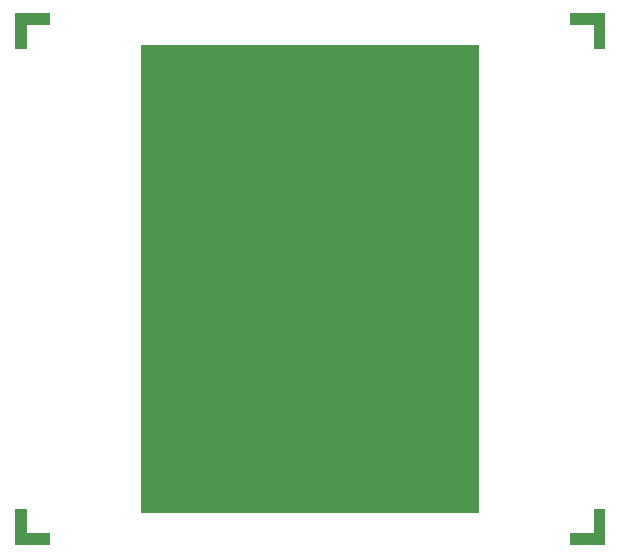
<source format=gbr>
G04 =======================================* 
G04 File Format: RS-274X * 
G04 Date:        September 17 2018 * 
G04 Time:        10:19:20 * 
G04 =======================================* 
G04 Format description *** 
G04 Code:          ASCII * 
G04 Unit:          Millimeter * 
G04 Coordinates:   Absolut * 
G04 Digits:        3.3-format * 
G04 Zeros skipped: Leading zeros omitted * 
G04 =======================================* 
%FSLAX33Y33*%
%MOMM*%
G90*
G71*
%LPD*%
G36*
G01X-14289Y-19796D02*
G01X14289Y-19796D01*
G01X14289Y19796D01*
G01X-14289Y19796D01*
G37*
%LPD*%
G36*
G01X-22000Y-21500D02*
G01X-24000Y-21500D01*
G01X-24000Y-19500D01*
G01X-25000Y-19500D01*
G01X-25000Y-22500D01*
G01X-22000Y-22500D01*
G37*
%LPD*%
G36*
G01X25000Y22500D02*
G01X22000Y22500D01*
G01X22000Y21500D01*
G01X24000Y21500D01*
G01X24000Y19500D01*
G01X25000Y19500D01*
G37*
%LPD*%
G36*
G01X-25000Y22500D02*
G01X-25000Y19500D01*
G01X-24000Y19500D01*
G01X-24000Y21500D01*
G01X-22000Y21500D01*
G01X-22000Y22500D01*
G37*
%LPD*%
G36*
G01X22000Y-22500D02*
G01X25000Y-22500D01*
G01X25000Y-19500D01*
G01X24000Y-19500D01*
G01X24000Y-21500D01*
G01X22000Y-21500D01*
G37*
M02* 
G04 End Of Gerber File* 

</source>
